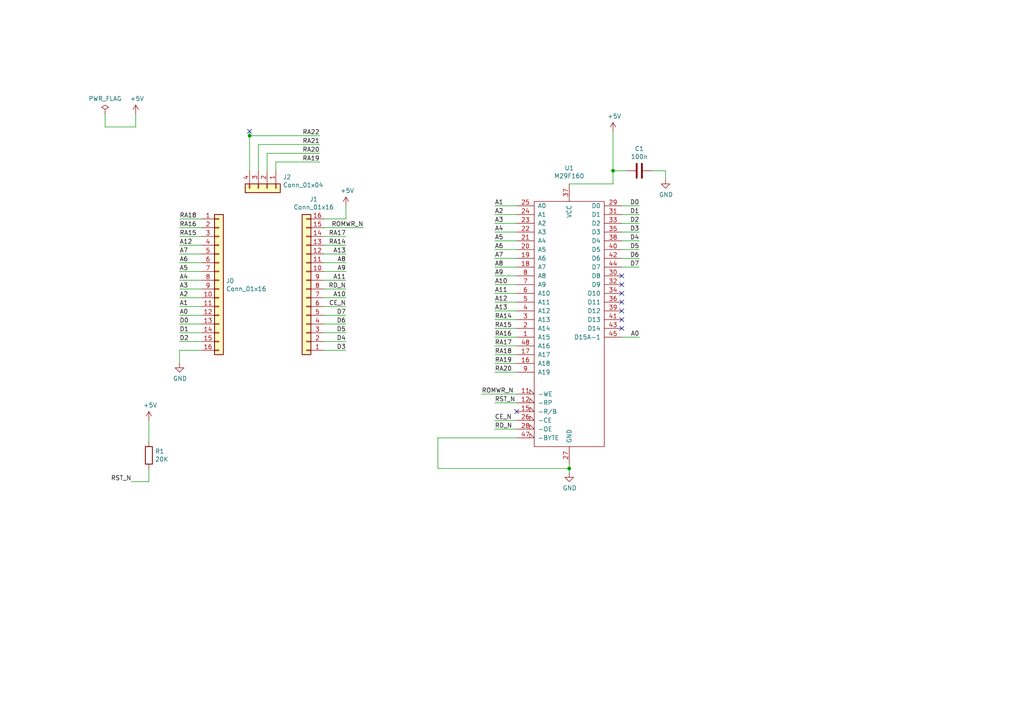
<source format=kicad_sch>
(kicad_sch (version 20211123) (generator eeschema)
  (paper "A4")
  (lib_symbols
    (symbol "Connector_Generic:Conn_01x04" (pin_names (offset 1.016) hide)
      (property "Reference" "J" (at 0 5.08 0))
      (property "Value" "Conn_01x04" (at 0 -7.62 0))
      (symbol "Conn_01x04_1_1"
        (rectangle (start -1.27 -4.953) (end 0 -5.207) (stroke (width 0.1524)))
        (rectangle (start -1.27 -2.413) (end 0 -2.667) (stroke (width 0.1524)))
        (rectangle (start -1.27 0.127) (end 0 -0.127) (stroke (width 0.1524)))
        (rectangle (start -1.27 2.667) (end 0 2.413) (stroke (width 0.1524)))
        (rectangle (start -1.27 3.81) (end 1.27 -6.35) (stroke (width 0.254)) (fill (type background)))
        (pin passive line (at -5.08 2.54 0) (length 3.81) (name "Pin_1") (number "1"))
        (pin passive line (at -5.08 0 0) (length 3.81) (name "Pin_2") (number "2"))
        (pin passive line (at -5.08 -2.54 0) (length 3.81) (name "Pin_3") (number "3"))
        (pin passive line (at -5.08 -5.08 0) (length 3.81) (name "Pin_4") (number "4"))
      )
    )
    (symbol "Connector_Generic:Conn_01x16" (pin_names (offset 1.016) hide)
      (property "Reference" "J" (at 0 20.32 0))
      (property "Value" "Conn_01x16" (at 0 -22.86 0))
      (symbol "Conn_01x16_1_1"
        (rectangle (start -1.27 -20.193) (end 0 -20.447) (stroke (width 0.1524)))
        (rectangle (start -1.27 -17.653) (end 0 -17.907) (stroke (width 0.1524)))
        (rectangle (start -1.27 -15.113) (end 0 -15.367) (stroke (width 0.1524)))
        (rectangle (start -1.27 -12.573) (end 0 -12.827) (stroke (width 0.1524)))
        (rectangle (start -1.27 -10.033) (end 0 -10.287) (stroke (width 0.1524)))
        (rectangle (start -1.27 -7.493) (end 0 -7.747) (stroke (width 0.1524)))
        (rectangle (start -1.27 -4.953) (end 0 -5.207) (stroke (width 0.1524)))
        (rectangle (start -1.27 -2.413) (end 0 -2.667) (stroke (width 0.1524)))
        (rectangle (start -1.27 0.127) (end 0 -0.127) (stroke (width 0.1524)))
        (rectangle (start -1.27 2.667) (end 0 2.413) (stroke (width 0.1524)))
        (rectangle (start -1.27 5.207) (end 0 4.953) (stroke (width 0.1524)))
        (rectangle (start -1.27 7.747) (end 0 7.493) (stroke (width 0.1524)))
        (rectangle (start -1.27 10.287) (end 0 10.033) (stroke (width 0.1524)))
        (rectangle (start -1.27 12.827) (end 0 12.573) (stroke (width 0.1524)))
        (rectangle (start -1.27 15.367) (end 0 15.113) (stroke (width 0.1524)))
        (rectangle (start -1.27 17.907) (end 0 17.653) (stroke (width 0.1524)))
        (rectangle (start -1.27 19.05) (end 1.27 -21.59) (stroke (width 0.254)) (fill (type background)))
        (pin passive line (at -5.08 17.78 0) (length 3.81) (name "Pin_1") (number "1"))
        (pin passive line (at -5.08 -5.08 0) (length 3.81) (name "Pin_10") (number "10"))
        (pin passive line (at -5.08 -7.62 0) (length 3.81) (name "Pin_11") (number "11"))
        (pin passive line (at -5.08 -10.16 0) (length 3.81) (name "Pin_12") (number "12"))
        (pin passive line (at -5.08 -12.7 0) (length 3.81) (name "Pin_13") (number "13"))
        (pin passive line (at -5.08 -15.24 0) (length 3.81) (name "Pin_14") (number "14"))
        (pin passive line (at -5.08 -17.78 0) (length 3.81) (name "Pin_15") (number "15"))
        (pin passive line (at -5.08 -20.32 0) (length 3.81) (name "Pin_16") (number "16"))
        (pin passive line (at -5.08 15.24 0) (length 3.81) (name "Pin_2") (number "2"))
        (pin passive line (at -5.08 12.7 0) (length 3.81) (name "Pin_3") (number "3"))
        (pin passive line (at -5.08 10.16 0) (length 3.81) (name "Pin_4") (number "4"))
        (pin passive line (at -5.08 7.62 0) (length 3.81) (name "Pin_5") (number "5"))
        (pin passive line (at -5.08 5.08 0) (length 3.81) (name "Pin_6") (number "6"))
        (pin passive line (at -5.08 2.54 0) (length 3.81) (name "Pin_7") (number "7"))
        (pin passive line (at -5.08 0 0) (length 3.81) (name "Pin_8") (number "8"))
        (pin passive line (at -5.08 -2.54 0) (length 3.81) (name "Pin_9") (number "9"))
      )
    )
    (symbol "Device:C" (pin_numbers hide) (pin_names (offset 0.254))
      (property "Reference" "C" (at 0.635 2.54 0))
      (property "Value" "C" (at 0.635 -2.54 0))
      (symbol "C_0_1"
        (polyline (pts (xy -2.032 -0.762) (xy 2.032 -0.762)) (stroke (width 0.508)))
        (polyline (pts (xy -2.032 0.762) (xy 2.032 0.762)) (stroke (width 0.508)))
      )
      (symbol "C_1_1"
        (pin passive line (at 0 3.81 270) (length 2.794) (name "~") (number "1"))
        (pin passive line (at 0 -3.81 90) (length 2.794) (name "~") (number "2"))
      )
    )
    (symbol "Device:R" (pin_numbers hide) (pin_names (offset 0))
      (property "Reference" "R" (at 2.032 0 90))
      (property "Value" "R" (at 0 0 90))
      (symbol "R_0_1"
        (rectangle (start -1.016 -2.54) (end 1.016 2.54) (stroke (width 0.254)))
      )
      (symbol "R_1_1"
        (pin passive line (at 0 3.81 270) (length 1.27) (name "~") (number "1"))
        (pin passive line (at 0 -3.81 90) (length 1.27) (name "~") (number "2"))
      )
    )
    (symbol "ROMboardParts:M29F160" (pin_names (offset 1.016))
      (property "Reference" "U" (at -5.08 40.64 0))
      (property "Value" "M29F160" (at -5.08 38.1 0))
      (symbol "M29F160_0_1"
        (rectangle (start -10.16 35.56) (end 10.16 -35.56))
      )
      (symbol "M29F160_1_1"
        (pin input line (at -15.24 -3.81 0) (length 5.08) (name "A15") (number "1"))
        (pin no_connect line (at 15.24 -33.02 180) (length 5.08) hide (name "NC") (number "10"))
        (pin input input_low (at -15.24 -20.32 0) (length 5.08) (name "-WE") (number "11"))
        (pin input input_low (at -15.24 -22.86 0) (length 5.08) (name "-RP") (number "12"))
        (pin no_connect line (at 15.24 -30.48 180) (length 5.08) hide (name "NC") (number "13"))
        (pin no_connect line (at 15.24 -27.94 180) (length 5.08) hide (name "NC") (number "14"))
        (pin input input_low (at -15.24 -25.4 0) (length 5.08) (name "-R/B") (number "15"))
        (pin input line (at -15.24 -11.43 0) (length 5.08) (name "A18") (number "16"))
        (pin input line (at -15.24 -8.89 0) (length 5.08) (name "A17") (number "17"))
        (pin input line (at -15.24 16.51 0) (length 5.08) (name "A7") (number "18"))
        (pin input line (at -15.24 19.05 0) (length 5.08) (name "A6") (number "19"))
        (pin input line (at -15.24 -1.27 0) (length 5.08) (name "A14") (number "2"))
        (pin input line (at -15.24 21.59 0) (length 5.08) (name "A5") (number "20"))
        (pin input line (at -15.24 24.13 0) (length 5.08) (name "A4") (number "21"))
        (pin input line (at -15.24 26.67 0) (length 5.08) (name "A3") (number "22"))
        (pin input line (at -15.24 29.21 0) (length 5.08) (name "A2") (number "23"))
        (pin input line (at -15.24 31.75 0) (length 5.08) (name "A1") (number "24"))
        (pin input line (at -15.24 34.29 0) (length 5.08) (name "A0") (number "25"))
        (pin input input_low (at -15.24 -27.94 0) (length 5.08) (name "-CE") (number "26"))
        (pin power_in line (at 0 -40.64 90) (length 5.08) (name "GND") (number "27"))
        (pin input input_low (at -15.24 -30.48 0) (length 5.08) (name "-OE") (number "28"))
        (pin tri_state line (at 15.24 34.29 180) (length 5.08) (name "D0") (number "29"))
        (pin input line (at -15.24 1.27 0) (length 5.08) (name "A13") (number "3"))
        (pin tri_state line (at 15.24 13.97 180) (length 5.08) (name "D8") (number "30"))
        (pin tri_state line (at 15.24 31.75 180) (length 5.08) (name "D1") (number "31"))
        (pin tri_state line (at 15.24 11.43 180) (length 5.08) (name "D9") (number "32"))
        (pin tri_state line (at 15.24 29.21 180) (length 5.08) (name "D2") (number "33"))
        (pin tri_state line (at 15.24 8.89 180) (length 5.08) (name "D10") (number "34"))
        (pin tri_state line (at 15.24 26.67 180) (length 5.08) (name "D3") (number "35"))
        (pin tri_state line (at 15.24 6.35 180) (length 5.08) (name "D11") (number "36"))
        (pin power_in line (at 0 40.64 270) (length 5.08) (name "VCC") (number "37"))
        (pin tri_state line (at 15.24 24.13 180) (length 5.08) (name "D4") (number "38"))
        (pin tri_state line (at 15.24 3.81 180) (length 5.08) (name "D12") (number "39"))
        (pin input line (at -15.24 3.81 0) (length 5.08) (name "A12") (number "4"))
        (pin tri_state line (at 15.24 21.59 180) (length 5.08) (name "D5") (number "40"))
        (pin tri_state line (at 15.24 1.27 180) (length 5.08) (name "D13") (number "41"))
        (pin tri_state line (at 15.24 19.05 180) (length 5.08) (name "D6") (number "42"))
        (pin tri_state line (at 15.24 -1.27 180) (length 5.08) (name "D14") (number "43"))
        (pin tri_state line (at 15.24 16.51 180) (length 5.08) (name "D7") (number "44"))
        (pin tri_state line (at 15.24 -3.81 180) (length 5.08) (name "D15A-1") (number "45"))
        (pin passive line (at 0 -40.64 90) (length 5.08) hide (name "GND") (number "46"))
        (pin input input_low (at -15.24 -33.02 0) (length 5.08) (name "-BYTE") (number "47"))
        (pin input line (at -15.24 -6.35 0) (length 5.08) (name "A16") (number "48"))
        (pin input line (at -15.24 6.35 0) (length 5.08) (name "A11") (number "5"))
        (pin input line (at -15.24 8.89 0) (length 5.08) (name "A10") (number "6"))
        (pin input line (at -15.24 11.43 0) (length 5.08) (name "A9") (number "7"))
        (pin input line (at -15.24 13.97 0) (length 5.08) (name "A8") (number "8"))
        (pin input line (at -15.24 -13.97 0) (length 5.08) (name "A19") (number "9"))
      )
    )
    (symbol "power:+5V" (power) (pin_names (offset 0))
      (property "Value" "+5V" (at 0 3.556 0))
      (symbol "+5V_0_1"
        (polyline (pts (xy -0.762 1.27) (xy 0 2.54)))
        (polyline (pts (xy 0 0) (xy 0 2.54)))
        (polyline (pts (xy 0 2.54) (xy 0.762 1.27)))
      )
      (symbol "+5V_1_1"
        (pin power_in line (at 0 0 90) (length 0) hide (name "+5V") (number "1"))
      )
    )
    (symbol "power:GND" (power) (pin_names (offset 0))
      (property "Value" "GND" (at 0 -3.81 0))
      (symbol "GND_0_1"
        (polyline (pts (xy 0 0) (xy 0 -1.27) (xy 1.27 -1.27) (xy 0 -2.54) (xy -1.27 -1.27) (xy 0 -1.27)))
      )
      (symbol "GND_1_1"
        (pin power_in line (at 0 0 270) (length 0) hide (name "GND") (number "1"))
      )
    )
    (symbol "power:PWR_FLAG" (power) (pin_numbers hide) (pin_names (offset 0) hide)
      (property "Value" "PWR_FLAG" (at 0 3.81 0))
      (symbol "PWR_FLAG_0_0"
        (pin power_out line (at 0 0 90) (length 0) (name "pwr") (number "1"))
      )
      (symbol "PWR_FLAG_0_1"
        (polyline (pts (xy 0 0) (xy 0 1.27) (xy -1.016 1.905) (xy 0 2.54) (xy 1.016 1.905) (xy 0 1.27)))
      )
    )
  )
  (junction (at 165.1 135.89))
  (junction (at 72.39 39.37))
  (junction (at 177.8 49.53))
  (no_connect (at 72.39 38.1))
  (no_connect (at 180.34 90.17))
  (no_connect (at 180.34 95.25))
  (no_connect (at 180.34 80.01))
  (no_connect (at 180.34 92.71))
  (no_connect (at 180.34 82.55))
  (no_connect (at 180.34 85.09))
  (no_connect (at 180.34 87.63))
  (no_connect (at 149.86 119.38))
  (wire (pts (xy 185.42 69.85) (xy 180.34 69.85)))
  (wire (pts (xy 100.33 63.5) (xy 100.33 59.69)))
  (wire (pts (xy 149.86 124.46) (xy 143.51 124.46)))
  (wire (pts (xy 143.51 121.92) (xy 149.86 121.92)))
  (wire (pts (xy 52.07 101.6) (xy 52.07 105.41)))
  (wire (pts (xy 100.33 93.98) (xy 93.98 93.98)))
  (wire (pts (xy 100.33 68.58) (xy 93.98 68.58)))
  (wire (pts (xy 143.51 85.09) (xy 149.86 85.09)))
  (wire (pts (xy 165.1 135.89) (xy 127 135.89)))
  (wire (pts (xy 100.33 83.82) (xy 93.98 83.82)))
  (wire (pts (xy 143.51 102.87) (xy 149.86 102.87)))
  (wire (pts (xy 143.51 90.17) (xy 149.86 90.17)))
  (wire (pts (xy 52.07 78.74) (xy 58.42 78.74)))
  (wire (pts (xy 139.7 114.3) (xy 149.86 114.3)))
  (wire (pts (xy 180.34 97.79) (xy 185.42 97.79)))
  (wire (pts (xy 30.48 33.02) (xy 30.48 36.83)))
  (wire (pts (xy 52.07 88.9) (xy 58.42 88.9)))
  (wire (pts (xy 92.71 46.99) (xy 80.01 46.99)))
  (wire (pts (xy 105.41 66.04) (xy 93.98 66.04)))
  (wire (pts (xy 100.33 88.9) (xy 93.98 88.9)))
  (wire (pts (xy 92.71 41.91) (xy 74.93 41.91)))
  (wire (pts (xy 100.33 99.06) (xy 93.98 99.06)))
  (wire (pts (xy 100.33 91.44) (xy 93.98 91.44)))
  (wire (pts (xy 165.1 53.34) (xy 177.8 53.34)))
  (wire (pts (xy 177.8 53.34) (xy 177.8 49.53)))
  (wire (pts (xy 143.51 105.41) (xy 149.86 105.41)))
  (wire (pts (xy 177.8 38.1) (xy 177.8 49.53)))
  (wire (pts (xy 143.51 62.23) (xy 149.86 62.23)))
  (wire (pts (xy 143.51 69.85) (xy 149.86 69.85)))
  (wire (pts (xy 52.07 96.52) (xy 58.42 96.52)))
  (wire (pts (xy 100.33 96.52) (xy 93.98 96.52)))
  (wire (pts (xy 52.07 66.04) (xy 58.42 66.04)))
  (wire (pts (xy 92.71 39.37) (xy 72.39 39.37)))
  (wire (pts (xy 143.51 74.93) (xy 149.86 74.93)))
  (wire (pts (xy 193.04 49.53) (xy 193.04 52.07)))
  (wire (pts (xy 143.51 97.79) (xy 149.86 97.79)))
  (wire (pts (xy 189.23 49.53) (xy 193.04 49.53)))
  (wire (pts (xy 100.33 71.12) (xy 93.98 71.12)))
  (wire (pts (xy 143.51 92.71) (xy 149.86 92.71)))
  (wire (pts (xy 165.1 135.89) (xy 165.1 137.16)))
  (wire (pts (xy 143.51 72.39) (xy 149.86 72.39)))
  (wire (pts (xy 80.01 46.99) (xy 80.01 49.53)))
  (wire (pts (xy 143.51 107.95) (xy 149.86 107.95)))
  (wire (pts (xy 58.42 91.44) (xy 52.07 91.44)))
  (wire (pts (xy 58.42 63.5) (xy 52.07 63.5)))
  (wire (pts (xy 93.98 63.5) (xy 100.33 63.5)))
  (wire (pts (xy 180.34 67.31) (xy 185.42 67.31)))
  (wire (pts (xy 180.34 72.39) (xy 185.42 72.39)))
  (wire (pts (xy 100.33 101.6) (xy 93.98 101.6)))
  (wire (pts (xy 180.34 77.47) (xy 185.42 77.47)))
  (wire (pts (xy 72.39 39.37) (xy 72.39 49.53)))
  (wire (pts (xy 127 127) (xy 149.86 127)))
  (wire (pts (xy 52.07 73.66) (xy 58.42 73.66)))
  (wire (pts (xy 143.51 67.31) (xy 149.86 67.31)))
  (wire (pts (xy 180.34 62.23) (xy 185.42 62.23)))
  (wire (pts (xy 143.51 116.84) (xy 149.86 116.84)))
  (wire (pts (xy 58.42 86.36) (xy 52.07 86.36)))
  (wire (pts (xy 100.33 76.2) (xy 93.98 76.2)))
  (wire (pts (xy 143.51 100.33) (xy 149.86 100.33)))
  (wire (pts (xy 185.42 74.93) (xy 180.34 74.93)))
  (wire (pts (xy 58.42 99.06) (xy 52.07 99.06)))
  (wire (pts (xy 52.07 83.82) (xy 58.42 83.82)))
  (wire (pts (xy 143.51 64.77) (xy 149.86 64.77)))
  (wire (pts (xy 43.18 139.7) (xy 43.18 135.89)))
  (wire (pts (xy 100.33 73.66) (xy 93.98 73.66)))
  (wire (pts (xy 143.51 82.55) (xy 149.86 82.55)))
  (wire (pts (xy 30.48 36.83) (xy 39.37 36.83)))
  (wire (pts (xy 181.61 49.53) (xy 177.8 49.53)))
  (wire (pts (xy 77.47 44.45) (xy 77.47 49.53)))
  (wire (pts (xy 165.1 135.89) (xy 165.1 134.62)))
  (wire (pts (xy 39.37 36.83) (xy 39.37 33.02)))
  (wire (pts (xy 143.51 87.63) (xy 149.86 87.63)))
  (wire (pts (xy 143.51 80.01) (xy 149.86 80.01)))
  (wire (pts (xy 143.51 59.69) (xy 149.86 59.69)))
  (wire (pts (xy 180.34 59.69) (xy 185.42 59.69)))
  (wire (pts (xy 180.34 64.77) (xy 185.42 64.77)))
  (wire (pts (xy 74.93 41.91) (xy 74.93 49.53)))
  (wire (pts (xy 100.33 81.28) (xy 93.98 81.28)))
  (wire (pts (xy 58.42 76.2) (xy 52.07 76.2)))
  (wire (pts (xy 38.1 139.7) (xy 43.18 139.7)))
  (wire (pts (xy 58.42 68.58) (xy 52.07 68.58)))
  (wire (pts (xy 58.42 93.98) (xy 52.07 93.98)))
  (wire (pts (xy 143.51 77.47) (xy 149.86 77.47)))
  (wire (pts (xy 58.42 81.28) (xy 52.07 81.28)))
  (wire (pts (xy 93.98 86.36) (xy 100.33 86.36)))
  (wire (pts (xy 100.33 78.74) (xy 93.98 78.74)))
  (wire (pts (xy 72.39 39.37) (xy 72.39 38.1)))
  (wire (pts (xy 58.42 71.12) (xy 52.07 71.12)))
  (wire (pts (xy 43.18 121.92) (xy 43.18 128.27)))
  (wire (pts (xy 143.51 95.25) (xy 149.86 95.25)))
  (wire (pts (xy 127 135.89) (xy 127 127)))
  (wire (pts (xy 58.42 101.6) (xy 52.07 101.6)))
  (wire (pts (xy 92.71 44.45) (xy 77.47 44.45)))
  (label "RA16" (at 143.51 97.79 0))
  (label "D1" (at 52.07 96.52 0))
  (label "D2" (at 52.07 99.06 0))
  (label "A12" (at 52.07 71.12 0))
  (label "A5" (at 143.51 69.85 0))
  (label "D6" (at 100.33 93.98 180))
  (label "A6" (at 143.51 72.39 0))
  (label "RA16" (at 52.07 66.04 0))
  (label "A11" (at 100.33 81.28 180))
  (label "A1" (at 143.51 59.69 0))
  (label "RA22" (at 92.71 39.37 180))
  (label "RA15" (at 52.07 68.58 0))
  (label "RA20" (at 92.71 44.45 180))
  (label "RA18" (at 143.51 102.87 0))
  (label "RA14" (at 100.33 71.12 180))
  (label "D1" (at 185.42 62.23 180))
  (label "A7" (at 143.51 74.93 0))
  (label "D5" (at 100.33 96.52 180))
  (label "D0" (at 52.07 93.98 0))
  (label "RA19" (at 92.71 46.99 180))
  (label "A0" (at 185.42 97.79 180))
  (label "RST_N" (at 38.1 139.7 180))
  (label "D7" (at 185.42 77.47 180))
  (label "D0" (at 185.42 59.69 180))
  (label "A9" (at 100.33 78.74 180))
  (label "D5" (at 185.42 72.39 180))
  (label "A3" (at 52.07 83.82 0))
  (label "RA18" (at 52.07 63.5 0))
  (label "D7" (at 100.33 91.44 180))
  (label "CE_N" (at 100.33 88.9 180))
  (label "RST_N" (at 143.51 116.84 0))
  (label "D6" (at 185.42 74.93 180))
  (label "A4" (at 143.51 67.31 0))
  (label "RA21" (at 92.71 41.91 180))
  (label "D4" (at 185.42 69.85 180))
  (label "A10" (at 143.51 82.55 0))
  (label "RD_N" (at 100.33 83.82 180))
  (label "A7" (at 52.07 73.66 0))
  (label "A2" (at 143.51 62.23 0))
  (label "A2" (at 52.07 86.36 0))
  (label "D2" (at 185.42 64.77 180))
  (label "RA17" (at 143.51 100.33 0))
  (label "ROMWR_N" (at 139.7 114.3 0))
  (label "A8" (at 143.51 77.47 0))
  (label "RA20" (at 143.51 107.95 0))
  (label "RA17" (at 100.33 68.58 180))
  (label "A3" (at 143.51 64.77 0))
  (label "A13" (at 143.51 90.17 0))
  (label "A1" (at 52.07 88.9 0))
  (label "RA14" (at 143.51 92.71 0))
  (label "A9" (at 143.51 80.01 0))
  (label "A13" (at 100.33 73.66 180))
  (label "CE_N" (at 143.51 121.92 0))
  (label "A10" (at 100.33 86.36 180))
  (label "RD_N" (at 143.51 124.46 0))
  (label "A5" (at 52.07 78.74 0))
  (label "A11" (at 143.51 85.09 0))
  (label "RA15" (at 143.51 95.25 0))
  (label "A12" (at 143.51 87.63 0))
  (label "ROMWR_N" (at 105.41 66.04 180))
  (label "A8" (at 100.33 76.2 180))
  (label "RA19" (at 143.51 105.41 0))
  (label "A6" (at 52.07 76.2 0))
  (label "D3" (at 100.33 101.6 180))
  (label "A4" (at 52.07 81.28 0))
  (label "D4" (at 100.33 99.06 180))
  (label "D3" (at 185.42 67.31 180))
  (label "A0" (at 52.07 91.44 0))
  (symbol (lib_id "ROMboardParts:M29F160") (at 165.1 93.98 0) (unit 1)
    (property "Reference" "U1" (at 165.1 48.7426 0))
    (property "Value" "M29F160" (at 165.1 51.054 0))
    (property "Footprint" "Package_SO:TSOP-I-48_18.4x12mm_P0.5mm" (effects hide))
  )
  (symbol (lib_id "Connector_Generic:Conn_01x16") (at 63.5 81.28 0) (unit 1)
    (property "Reference" "J0" (at 65.532 81.4832 0) (effects (justify left)))
    (property "Value" "Conn_01x16" (at 65.532 83.7946 0) (effects (justify left)))
    (property "Footprint" "Connector_PinHeader_2.54mm:PinHeader_1x16_P2.54mm_Vertical" (effects hide))
  )
  (symbol (lib_id "Connector_Generic:Conn_01x16") (at 88.9 83.82 180) (unit 1)
    (property "Reference" "J1" (at 90.9828 57.785 0))
    (property "Value" "Conn_01x16" (at 90.9828 60.0964 0))
    (property "Footprint" "Connector_PinHeader_2.54mm:PinHeader_1x16_P2.54mm_Vertical" (effects hide))
  )
  (symbol (lib_id "power:GND") (at 52.07 105.41 0) (unit 1)
    (property "Reference" "#PWR0101" (effects hide))
    (property "Value" "GND" (at 52.197 109.8042 0))
  )
  (symbol (lib_id "power:+5V") (at 100.33 59.69 0) (unit 1)
    (property "Reference" "#PWR0102" (effects hide))
    (property "Value" "+5V" (at 100.711 55.2958 0))
  )
  (symbol (lib_id "power:+5V") (at 177.8 38.1 0) (unit 1)
    (property "Reference" "#PWR0103" (effects hide))
    (property "Value" "+5V" (at 178.181 33.7058 0))
  )
  (symbol (lib_id "power:GND") (at 193.04 52.07 0) (unit 1)
    (property "Reference" "#PWR0105" (effects hide))
    (property "Value" "GND" (at 193.167 56.4642 0))
  )
  (symbol (lib_id "power:GND") (at 165.1 137.16 0) (unit 1)
    (property "Reference" "#PWR0107" (effects hide))
    (property "Value" "GND" (at 165.227 141.5542 0))
  )
  (symbol (lib_id "Device:R") (at 43.18 132.08 0) (unit 1)
    (property "Reference" "R1" (at 44.958 130.9116 0) (effects (justify left)))
    (property "Value" "20K" (at 44.958 133.223 0) (effects (justify left)))
    (property "Footprint" "Resistor_THT:R_Axial_DIN0207_L6.3mm_D2.5mm_P10.16mm_Horizontal" (effects hide))
  )
  (symbol (lib_id "power:+5V") (at 43.18 121.92 0) (unit 1)
    (property "Reference" "#PWR0108" (effects hide))
    (property "Value" "+5V" (at 43.561 117.5258 0))
  )
  (symbol (lib_id "Connector_Generic:Conn_01x04") (at 77.47 54.61 270) (unit 1)
    (property "Reference" "J2" (at 82.042 51.3588 90) (effects (justify left)))
    (property "Value" "Conn_01x04" (at 82.042 53.6702 90) (effects (justify left)))
    (property "Footprint" "Connector_PinHeader_2.54mm:PinHeader_1x04_P2.54mm_Vertical" (effects hide))
  )
  (symbol (lib_id "Device:C") (at 185.42 49.53 270) (unit 1)
    (property "Reference" "C1" (at 185.42 43.1292 90))
    (property "Value" "100n" (at 185.42 45.4406 90))
    (property "Footprint" "Capacitor_THT:CP_Radial_D5.0mm_P2.50mm" (effects hide))
  )
  (symbol (lib_id "power:PWR_FLAG") (at 30.48 33.02 0) (unit 1)
    (property "Reference" "#FLG0101" (effects hide))
    (property "Value" "PWR_FLAG" (at 30.48 28.6258 0))
  )
  (symbol (lib_id "power:+5V") (at 39.37 33.02 0) (unit 1)
    (property "Reference" "#PWR0112" (effects hide))
    (property "Value" "+5V" (at 39.751 28.6258 0))
  )
)
</source>
